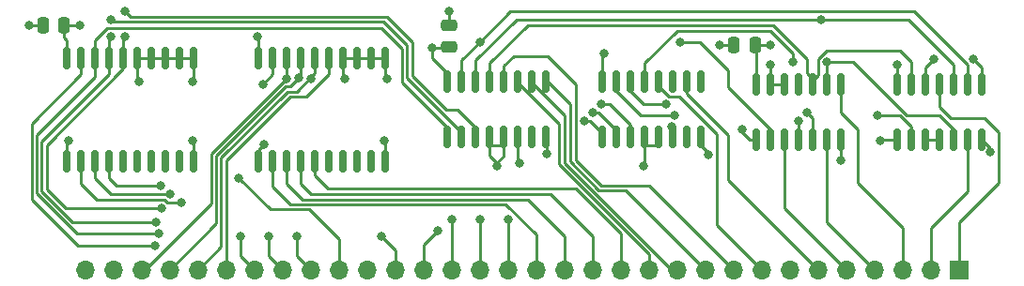
<source format=gbr>
%TF.GenerationSoftware,KiCad,Pcbnew,(6.0.0-0)*%
%TF.CreationDate,2022-10-19T21:29:49-04:00*%
%TF.ProjectId,CPU-Instruction-Decoder,4350552d-496e-4737-9472-756374696f6e,rev?*%
%TF.SameCoordinates,Original*%
%TF.FileFunction,Copper,L1,Top*%
%TF.FilePolarity,Positive*%
%FSLAX46Y46*%
G04 Gerber Fmt 4.6, Leading zero omitted, Abs format (unit mm)*
G04 Created by KiCad (PCBNEW (6.0.0-0)) date 2022-10-19 21:29:49*
%MOMM*%
%LPD*%
G01*
G04 APERTURE LIST*
G04 Aperture macros list*
%AMRoundRect*
0 Rectangle with rounded corners*
0 $1 Rounding radius*
0 $2 $3 $4 $5 $6 $7 $8 $9 X,Y pos of 4 corners*
0 Add a 4 corners polygon primitive as box body*
4,1,4,$2,$3,$4,$5,$6,$7,$8,$9,$2,$3,0*
0 Add four circle primitives for the rounded corners*
1,1,$1+$1,$2,$3*
1,1,$1+$1,$4,$5*
1,1,$1+$1,$6,$7*
1,1,$1+$1,$8,$9*
0 Add four rect primitives between the rounded corners*
20,1,$1+$1,$2,$3,$4,$5,0*
20,1,$1+$1,$4,$5,$6,$7,0*
20,1,$1+$1,$6,$7,$8,$9,0*
20,1,$1+$1,$8,$9,$2,$3,0*%
G04 Aperture macros list end*
%TA.AperFunction,SMDPad,CuDef*%
%ADD10RoundRect,0.250000X0.250000X0.475000X-0.250000X0.475000X-0.250000X-0.475000X0.250000X-0.475000X0*%
%TD*%
%TA.AperFunction,SMDPad,CuDef*%
%ADD11RoundRect,0.150000X0.150000X-0.825000X0.150000X0.825000X-0.150000X0.825000X-0.150000X-0.825000X0*%
%TD*%
%TA.AperFunction,ComponentPad*%
%ADD12R,1.700000X1.700000*%
%TD*%
%TA.AperFunction,ComponentPad*%
%ADD13O,1.700000X1.700000*%
%TD*%
%TA.AperFunction,SMDPad,CuDef*%
%ADD14RoundRect,0.150000X0.150000X-0.875000X0.150000X0.875000X-0.150000X0.875000X-0.150000X-0.875000X0*%
%TD*%
%TA.AperFunction,SMDPad,CuDef*%
%ADD15RoundRect,0.250000X0.475000X-0.250000X0.475000X0.250000X-0.475000X0.250000X-0.475000X-0.250000X0*%
%TD*%
%TA.AperFunction,ViaPad*%
%ADD16C,0.800000*%
%TD*%
%TA.AperFunction,Conductor*%
%ADD17C,0.250000*%
%TD*%
G04 APERTURE END LIST*
D10*
%TO.P,C3,1*%
%TO.N,VCC*%
X320482000Y-201168000D03*
%TO.P,C3,2*%
%TO.N,GND*%
X318582000Y-201168000D03*
%TD*%
D11*
%TO.P,U8,1*%
%TO.N,/~{READ_CODE}*%
X320548000Y-209739000D03*
%TO.P,U8,2*%
%TO.N,/~{WRITE_CODE}*%
X321818000Y-209739000D03*
%TO.P,U8,3*%
%TO.N,~{CODE_SEG_EN}*%
X323088000Y-209739000D03*
%TO.P,U8,4*%
%TO.N,/~{READ_DATA}*%
X324358000Y-209739000D03*
%TO.P,U8,5*%
%TO.N,/~{WRITE_DATA}*%
X325628000Y-209739000D03*
%TO.P,U8,6*%
%TO.N,~{DATA_SEG_EN}*%
X326898000Y-209739000D03*
%TO.P,U8,7,GND*%
%TO.N,GND*%
X328168000Y-209739000D03*
%TO.P,U8,8*%
%TO.N,~{STACK_SEG_EN}*%
X328168000Y-204789000D03*
%TO.P,U8,9*%
%TO.N,/~{READ_STACK}*%
X326898000Y-204789000D03*
%TO.P,U8,10*%
%TO.N,/~{WRITE_STACK}*%
X325628000Y-204789000D03*
%TO.P,U8,11*%
%TO.N,unconnected-(U8-Pad11)*%
X324358000Y-204789000D03*
%TO.P,U8,12*%
%TO.N,GND*%
X323088000Y-204789000D03*
%TO.P,U8,13*%
X321818000Y-204789000D03*
%TO.P,U8,14,VCC*%
%TO.N,VCC*%
X320548000Y-204789000D03*
%TD*%
%TO.P,U10,1,A0*%
%TO.N,\u03BCRD0*%
X306705000Y-209485000D03*
%TO.P,U10,2,A1*%
%TO.N,\u03BCRD1*%
X307975000Y-209485000D03*
%TO.P,U10,3,A2*%
%TO.N,\u03BCRD2*%
X309245000Y-209485000D03*
%TO.P,U10,4,E1*%
%TO.N,RD1*%
X310515000Y-209485000D03*
%TO.P,U10,5,E2*%
X311785000Y-209485000D03*
%TO.P,U10,6,E3*%
%TO.N,VCC*%
X313055000Y-209485000D03*
%TO.P,U10,7,O7*%
%TO.N,unconnected-(U10-Pad7)*%
X314325000Y-209485000D03*
%TO.P,U10,8,GND*%
%TO.N,GND*%
X315595000Y-209485000D03*
%TO.P,U10,9,O6*%
%TO.N,unconnected-(U10-Pad9)*%
X315595000Y-204535000D03*
%TO.P,U10,10,O5*%
%TO.N,~{STACK_SEG_OUT}*%
X314325000Y-204535000D03*
%TO.P,U10,11,O4*%
%TO.N,~{DATA_SEG_OUT}*%
X313055000Y-204535000D03*
%TO.P,U10,12,O3*%
%TO.N,~{CODE_SEG_OUT}*%
X311785000Y-204535000D03*
%TO.P,U10,13,O2*%
%TO.N,/~{READ_STACK}*%
X310515000Y-204535000D03*
%TO.P,U10,14,O1*%
%TO.N,/~{READ_DATA}*%
X309245000Y-204535000D03*
%TO.P,U10,15,O0*%
%TO.N,/~{READ_CODE}*%
X307975000Y-204535000D03*
%TO.P,U10,16,VCC*%
%TO.N,VCC*%
X306705000Y-204535000D03*
%TD*%
D12*
%TO.P,J1,1,Pin_1*%
%TO.N,~{MEM_WRITE}*%
X338836000Y-221488000D03*
D13*
%TO.P,J1,2,Pin_2*%
%TO.N,~{MEM_READ}*%
X336296000Y-221488000D03*
%TO.P,J1,3,Pin_3*%
%TO.N,~{STACK_SEG_EN}*%
X333756000Y-221488000D03*
%TO.P,J1,4,Pin_4*%
%TO.N,~{DATA_SEG_EN}*%
X331216000Y-221488000D03*
%TO.P,J1,5,Pin_5*%
%TO.N,~{CODE_SEG_EN}*%
X328676000Y-221488000D03*
%TO.P,J1,6,Pin_6*%
%TO.N,~{STACK_SEG_OUT}*%
X326136000Y-221488000D03*
%TO.P,J1,7,Pin_7*%
%TO.N,~{DATA_SEG_OUT}*%
X323596000Y-221488000D03*
%TO.P,J1,8,Pin_8*%
%TO.N,~{CODE_SEG_OUT}*%
X321056000Y-221488000D03*
%TO.P,J1,9,Pin_9*%
%TO.N,~{MEM_LATCH_MAR}*%
X318516000Y-221488000D03*
%TO.P,J1,10,Pin_10*%
%TO.N,~{STACK_SEG_IN}*%
X315976000Y-221488000D03*
%TO.P,J1,11,Pin_11*%
%TO.N,~{DATA_SEG_IN}*%
X313436000Y-221488000D03*
%TO.P,J1,12,Pin_12*%
%TO.N,~{CODE_SEG_IN}*%
X310896000Y-221488000D03*
%TO.P,J1,13,Pin_13*%
%TO.N,GPR6*%
X308356000Y-221488000D03*
%TO.P,J1,14,Pin_14*%
%TO.N,GPR5*%
X305816000Y-221488000D03*
%TO.P,J1,15,Pin_15*%
%TO.N,GPR4*%
X303276000Y-221488000D03*
%TO.P,J1,16,Pin_16*%
%TO.N,GPR3*%
X300736000Y-221488000D03*
%TO.P,J1,17,Pin_17*%
%TO.N,GPR2*%
X298196000Y-221488000D03*
%TO.P,J1,18,Pin_18*%
%TO.N,GPR1*%
X295656000Y-221488000D03*
%TO.P,J1,19,Pin_19*%
%TO.N,GPR0*%
X293116000Y-221488000D03*
%TO.P,J1,20,Pin_20*%
%TO.N,WR1*%
X290576000Y-221488000D03*
%TO.P,J1,21,Pin_21*%
%TO.N,WR0*%
X288036000Y-221488000D03*
%TO.P,J1,22,Pin_22*%
%TO.N,RD1*%
X285496000Y-221488000D03*
%TO.P,J1,23,Pin_23*%
%TO.N,RD0*%
X282956000Y-221488000D03*
%TO.P,J1,24,Pin_24*%
%TO.N,\u03BCWR2*%
X280416000Y-221488000D03*
%TO.P,J1,25,Pin_25*%
%TO.N,\u03BCWR1*%
X277876000Y-221488000D03*
%TO.P,J1,26,Pin_26*%
%TO.N,\u03BCWR0*%
X275336000Y-221488000D03*
%TO.P,J1,27,Pin_27*%
%TO.N,\u03BCRD3*%
X272796000Y-221488000D03*
%TO.P,J1,28,Pin_28*%
%TO.N,\u03BCRD2*%
X270256000Y-221488000D03*
%TO.P,J1,29,Pin_29*%
%TO.N,\u03BCRD1*%
X267716000Y-221488000D03*
%TO.P,J1,30,Pin_30*%
%TO.N,\u03BCRD0*%
X265176000Y-221488000D03*
%TO.P,J1,31,Pin_31*%
%TO.N,GND*%
X262636000Y-221488000D03*
%TO.P,J1,32,Pin_32*%
%TO.N,VCC*%
X260096000Y-221488000D03*
%TD*%
D10*
%TO.P,C1,1*%
%TO.N,VCC*%
X258186000Y-199390000D03*
%TO.P,C1,2*%
%TO.N,GND*%
X256286000Y-199390000D03*
%TD*%
D14*
%TO.P,U1,1,A->B*%
%TO.N,GND*%
X258445000Y-211660000D03*
%TO.P,U1,2,A0*%
%TO.N,GPR0*%
X259715000Y-211660000D03*
%TO.P,U1,3,A1*%
%TO.N,GPR1*%
X260985000Y-211660000D03*
%TO.P,U1,4,A2*%
%TO.N,GPR2*%
X262255000Y-211660000D03*
%TO.P,U1,5,A3*%
%TO.N,unconnected-(U1-Pad5)*%
X263525000Y-211660000D03*
%TO.P,U1,6,A4*%
%TO.N,unconnected-(U1-Pad6)*%
X264795000Y-211660000D03*
%TO.P,U1,7,A5*%
%TO.N,unconnected-(U1-Pad7)*%
X266065000Y-211660000D03*
%TO.P,U1,8,A6*%
%TO.N,unconnected-(U1-Pad8)*%
X267335000Y-211660000D03*
%TO.P,U1,9,A7*%
%TO.N,unconnected-(U1-Pad9)*%
X268605000Y-211660000D03*
%TO.P,U1,10,GND*%
%TO.N,GND*%
X269875000Y-211660000D03*
%TO.P,U1,11,B7*%
X269875000Y-202360000D03*
%TO.P,U1,12,B6*%
X268605000Y-202360000D03*
%TO.P,U1,13,B5*%
X267335000Y-202360000D03*
%TO.P,U1,14,B4*%
X266065000Y-202360000D03*
%TO.P,U1,15,B3*%
X264795000Y-202360000D03*
%TO.P,U1,16,B2*%
%TO.N,\u03BCWR2*%
X263525000Y-202360000D03*
%TO.P,U1,17,B1*%
%TO.N,\u03BCWR1*%
X262255000Y-202360000D03*
%TO.P,U1,18,B0*%
%TO.N,\u03BCWR0*%
X260985000Y-202360000D03*
%TO.P,U1,19,CE*%
%TO.N,WR0*%
X259715000Y-202360000D03*
%TO.P,U1,20,VCC*%
%TO.N,VCC*%
X258445000Y-202360000D03*
%TD*%
%TO.P,U4,1,A->B*%
%TO.N,GND*%
X275717000Y-211660000D03*
%TO.P,U4,2,A0*%
%TO.N,GPR3*%
X276987000Y-211660000D03*
%TO.P,U4,3,A1*%
%TO.N,GPR4*%
X278257000Y-211660000D03*
%TO.P,U4,4,A2*%
%TO.N,GPR5*%
X279527000Y-211660000D03*
%TO.P,U4,5,A3*%
%TO.N,GPR6*%
X280797000Y-211660000D03*
%TO.P,U4,6,A4*%
%TO.N,unconnected-(U4-Pad6)*%
X282067000Y-211660000D03*
%TO.P,U4,7,A5*%
%TO.N,unconnected-(U4-Pad7)*%
X283337000Y-211660000D03*
%TO.P,U4,8,A6*%
%TO.N,unconnected-(U4-Pad8)*%
X284607000Y-211660000D03*
%TO.P,U4,9,A7*%
%TO.N,unconnected-(U4-Pad9)*%
X285877000Y-211660000D03*
%TO.P,U4,10,GND*%
%TO.N,GND*%
X287147000Y-211660000D03*
%TO.P,U4,11,B7*%
X287147000Y-202360000D03*
%TO.P,U4,12,B6*%
X285877000Y-202360000D03*
%TO.P,U4,13,B5*%
X284607000Y-202360000D03*
%TO.P,U4,14,B4*%
X283337000Y-202360000D03*
%TO.P,U4,15,B3*%
%TO.N,\u03BCRD3*%
X282067000Y-202360000D03*
%TO.P,U4,16,B2*%
%TO.N,\u03BCRD2*%
X280797000Y-202360000D03*
%TO.P,U4,17,B1*%
%TO.N,\u03BCRD1*%
X279527000Y-202360000D03*
%TO.P,U4,18,B0*%
%TO.N,\u03BCRD0*%
X278257000Y-202360000D03*
%TO.P,U4,19,CE*%
%TO.N,RD0*%
X276987000Y-202360000D03*
%TO.P,U4,20,VCC*%
%TO.N,VCC*%
X275717000Y-202360000D03*
%TD*%
D11*
%TO.P,U9,1*%
%TO.N,/~{READ_CODE}*%
X333248000Y-209739000D03*
%TO.P,U9,2*%
%TO.N,/~{READ_DATA}*%
X334518000Y-209739000D03*
%TO.P,U9,3*%
%TO.N,Net-(U9-Pad3)*%
X335788000Y-209739000D03*
%TO.P,U9,4*%
X337058000Y-209739000D03*
%TO.P,U9,5*%
%TO.N,/~{READ_STACK}*%
X338328000Y-209739000D03*
%TO.P,U9,6*%
%TO.N,~{MEM_READ}*%
X339598000Y-209739000D03*
%TO.P,U9,7,GND*%
%TO.N,GND*%
X340868000Y-209739000D03*
%TO.P,U9,8*%
%TO.N,Net-(U9-Pad12)*%
X340868000Y-204789000D03*
%TO.P,U9,9*%
%TO.N,/~{WRITE_CODE}*%
X339598000Y-204789000D03*
%TO.P,U9,10*%
%TO.N,/~{WRITE_DATA}*%
X338328000Y-204789000D03*
%TO.P,U9,11*%
%TO.N,~{MEM_WRITE}*%
X337058000Y-204789000D03*
%TO.P,U9,12*%
%TO.N,Net-(U9-Pad12)*%
X335788000Y-204789000D03*
%TO.P,U9,13*%
%TO.N,/~{WRITE_STACK}*%
X334518000Y-204789000D03*
%TO.P,U9,14,VCC*%
%TO.N,VCC*%
X333248000Y-204789000D03*
%TD*%
D15*
%TO.P,C2,1*%
%TO.N,VCC*%
X292862000Y-201356000D03*
%TO.P,C2,2*%
%TO.N,GND*%
X292862000Y-199456000D03*
%TD*%
D11*
%TO.P,U6,1,A0*%
%TO.N,\u03BCWR0*%
X292735000Y-209485000D03*
%TO.P,U6,2,A1*%
%TO.N,\u03BCWR1*%
X294005000Y-209485000D03*
%TO.P,U6,3,A2*%
%TO.N,\u03BCWR2*%
X295275000Y-209485000D03*
%TO.P,U6,4,E1*%
%TO.N,WR1*%
X296545000Y-209485000D03*
%TO.P,U6,5,E2*%
X297815000Y-209485000D03*
%TO.P,U6,6,E3*%
%TO.N,VCC*%
X299085000Y-209485000D03*
%TO.P,U6,7,O7*%
%TO.N,unconnected-(U6-Pad7)*%
X300355000Y-209485000D03*
%TO.P,U6,8,GND*%
%TO.N,GND*%
X301625000Y-209485000D03*
%TO.P,U6,9,O6*%
%TO.N,~{STACK_SEG_IN}*%
X301625000Y-204535000D03*
%TO.P,U6,10,O5*%
%TO.N,~{DATA_SEG_IN}*%
X300355000Y-204535000D03*
%TO.P,U6,11,O4*%
%TO.N,~{CODE_SEG_IN}*%
X299085000Y-204535000D03*
%TO.P,U6,12,O3*%
%TO.N,~{MEM_LATCH_MAR}*%
X297815000Y-204535000D03*
%TO.P,U6,13,O2*%
%TO.N,/~{WRITE_STACK}*%
X296545000Y-204535000D03*
%TO.P,U6,14,O1*%
%TO.N,/~{WRITE_DATA}*%
X295275000Y-204535000D03*
%TO.P,U6,15,O0*%
%TO.N,/~{WRITE_CODE}*%
X294005000Y-204535000D03*
%TO.P,U6,16,VCC*%
%TO.N,VCC*%
X292735000Y-204535000D03*
%TD*%
D16*
%TO.N,\u03BCRD0*%
X278257000Y-204213888D03*
X305054000Y-208026000D03*
%TO.N,\u03BCRD1*%
X279339744Y-204155744D03*
X305816000Y-207264000D03*
%TO.N,\u03BCRD2*%
X306578000Y-206502000D03*
X280416000Y-204216000D03*
%TO.N,RD0*%
X276098000Y-204724000D03*
X273944864Y-213181000D03*
%TO.N,RD1*%
X310388000Y-212090000D03*
%TO.N,\u03BCWR0*%
X266704622Y-218203253D03*
X274066000Y-218477500D03*
%TO.N,\u03BCWR1*%
X262382000Y-198882000D03*
X266446000Y-217237789D03*
X262382000Y-200406000D03*
X276606000Y-218477500D03*
%TO.N,\u03BCWR2*%
X279146000Y-218440000D03*
X266954000Y-215900000D03*
X263652000Y-198120000D03*
X263652000Y-200406000D03*
%TO.N,WR0*%
X286766000Y-218440000D03*
X266399576Y-219271636D03*
%TO.N,WR1*%
X297180000Y-212090000D03*
X291846000Y-217932000D03*
%TO.N,GND*%
X321818000Y-202946000D03*
X317246000Y-201168000D03*
X258572000Y-209804000D03*
X287274000Y-204216000D03*
X264922000Y-204470000D03*
X341667500Y-210820000D03*
X328168000Y-211582000D03*
X269748000Y-204470000D03*
X316267500Y-211074000D03*
X301662543Y-211050457D03*
X276197725Y-210157725D03*
X269748000Y-209804000D03*
X283464000Y-204216000D03*
X287020000Y-209804000D03*
X255016000Y-199390000D03*
X292862000Y-198120000D03*
%TO.N,VCC*%
X333248000Y-202946000D03*
X321818000Y-201168000D03*
X275590000Y-200406000D03*
X259588000Y-199390000D03*
X291338000Y-201422000D03*
X312928000Y-208534000D03*
X299212000Y-211836000D03*
X306832000Y-201930000D03*
%TO.N,GPR2*%
X266884364Y-213905500D03*
X298196000Y-216916000D03*
%TO.N,GPR1*%
X267722277Y-214622587D03*
X295656000Y-216916000D03*
%TO.N,GPR0*%
X268732000Y-215392000D03*
X293116000Y-216916000D03*
%TO.N,/~{READ_CODE}*%
X331724000Y-209804000D03*
X319278000Y-208788000D03*
X313182000Y-207518000D03*
%TO.N,/~{WRITE_CODE}*%
X295656000Y-200914000D03*
X313690000Y-200914000D03*
%TO.N,/~{READ_DATA}*%
X324358000Y-208026000D03*
X312420000Y-206502000D03*
X331470000Y-207518000D03*
%TO.N,/~{WRITE_DATA}*%
X326390000Y-198882000D03*
X325120000Y-207264000D03*
%TO.N,/~{READ_STACK}*%
X323850000Y-202692000D03*
X326902299Y-202696299D03*
%TO.N,Net-(U9-Pad12)*%
X336550000Y-202438000D03*
X340106000Y-202438000D03*
%TD*%
D17*
%TO.N,\u03BCRD0*%
X271447469Y-211023419D02*
X278257000Y-204213888D01*
X305562000Y-208026000D02*
X305054000Y-208026000D01*
X278257000Y-204213888D02*
X278257000Y-202360000D01*
X265438600Y-221488000D02*
X271447469Y-215479131D01*
X306705000Y-209169000D02*
X305562000Y-208026000D01*
X271447469Y-215479131D02*
X271447469Y-211023419D01*
%TO.N,\u03BCRD1*%
X279527000Y-203968488D02*
X279339744Y-204155744D01*
X306324000Y-207264000D02*
X305816000Y-207264000D01*
X271896978Y-217307022D02*
X267716000Y-221488000D01*
X271896979Y-211209613D02*
X271896978Y-217307022D01*
X279339744Y-204155744D02*
X278557099Y-204938389D01*
X278168203Y-204938389D02*
X271896979Y-211209613D01*
X278557099Y-204938389D02*
X278168203Y-204938389D01*
X307975000Y-208915000D02*
X306324000Y-207264000D01*
X279527000Y-202360000D02*
X279527000Y-203968488D01*
%TO.N,\u03BCRD2*%
X280797000Y-203723088D02*
X280797000Y-202360000D01*
X279132189Y-205387899D02*
X280797000Y-203723088D01*
X272346490Y-211395806D02*
X278354397Y-205387899D01*
X272346489Y-219397511D02*
X272346490Y-211395806D01*
X270256000Y-221488000D02*
X272346489Y-219397511D01*
X307340000Y-206502000D02*
X309245000Y-208407000D01*
X278354397Y-205387899D02*
X279132189Y-205387899D01*
X307340000Y-206502000D02*
X306578000Y-206502000D01*
X309245000Y-210260000D02*
X309245000Y-208407000D01*
%TO.N,\u03BCRD3*%
X272796000Y-221488000D02*
X272796000Y-211582000D01*
X282067000Y-203787644D02*
X282067000Y-202360000D01*
X280017234Y-205837410D02*
X282067000Y-203787644D01*
X272796000Y-211582000D02*
X278540590Y-205837410D01*
X278540590Y-205837410D02*
X280017234Y-205837410D01*
%TO.N,RD0*%
X282956000Y-218694000D02*
X280299021Y-216037021D01*
X276987000Y-203835000D02*
X276987000Y-202360000D01*
X276098000Y-204724000D02*
X276987000Y-203835000D01*
X282956000Y-221488000D02*
X282956000Y-218694000D01*
X276800885Y-216037021D02*
X273944864Y-213181000D01*
X280299021Y-216037021D02*
X276800885Y-216037021D01*
%TO.N,RD1*%
X310515000Y-210260000D02*
X310515000Y-211963000D01*
X310515000Y-210260000D02*
X311785000Y-210260000D01*
X310515000Y-211963000D02*
X310388000Y-212090000D01*
%TO.N,\u03BCWR0*%
X288660969Y-201538969D02*
X286803499Y-199681499D01*
X288660979Y-204586979D02*
X288660979Y-204078992D01*
X275336000Y-221488000D02*
X274066000Y-220218000D01*
X260985000Y-204087592D02*
X255719511Y-209353081D01*
X292735000Y-208661000D02*
X288660979Y-204586979D01*
X286803499Y-199681499D02*
X262081901Y-199681499D01*
X260985000Y-200778400D02*
X260985000Y-202360000D01*
X274066000Y-220218000D02*
X274066000Y-218477500D01*
X255719511Y-209353081D02*
X255719511Y-214572919D01*
X260985000Y-202360000D02*
X260985000Y-204087592D01*
X255719511Y-214572919D02*
X259349845Y-218203253D01*
X288660969Y-204078982D02*
X288660969Y-201538969D01*
X262081901Y-199681499D02*
X260985000Y-200778400D01*
X259349845Y-218203253D02*
X266704622Y-218203253D01*
X288660979Y-204078992D02*
X288660969Y-204078982D01*
%TO.N,\u03BCWR1*%
X262255000Y-202360000D02*
X262255000Y-200533000D01*
X289110489Y-204148193D02*
X289110489Y-203892798D01*
X262255000Y-203835000D02*
X256169022Y-209920978D01*
X266378211Y-217170000D02*
X266446000Y-217237789D01*
X289110489Y-203892798D02*
X289110480Y-203892789D01*
X262255000Y-200533000D02*
X262382000Y-200406000D01*
X294005000Y-209042704D02*
X289110489Y-204148193D01*
X289110480Y-203892789D02*
X289110480Y-201226480D01*
X289110480Y-201226480D02*
X286961511Y-199077511D01*
X294005000Y-209169000D02*
X294005000Y-209042704D01*
X258952296Y-217170000D02*
X266378211Y-217170000D01*
X262255000Y-202360000D02*
X262255000Y-203835000D01*
X286961511Y-199077511D02*
X262577511Y-199077511D01*
X262577511Y-199077511D02*
X262382000Y-198882000D01*
X276606000Y-220218000D02*
X276606000Y-218477500D01*
X277876000Y-221488000D02*
X276606000Y-220218000D01*
X256169022Y-209920978D02*
X256169022Y-214386726D01*
X256169022Y-214386726D02*
X258952296Y-217170000D01*
%TO.N,\u03BCWR2*%
X295275000Y-208661000D02*
X295275000Y-209423000D01*
X263652000Y-198120000D02*
X264160000Y-198628000D01*
X263525000Y-200533000D02*
X263525000Y-202360000D01*
X287274000Y-198628000D02*
X289560000Y-200914000D01*
X280416000Y-221488000D02*
X279146000Y-220218000D01*
X289560000Y-203962000D02*
X292608000Y-207010000D01*
X256618533Y-210233467D02*
X256618533Y-214200533D01*
X258318000Y-215900000D02*
X266954000Y-215900000D01*
X293624000Y-207010000D02*
X295275000Y-208661000D01*
X263652000Y-200406000D02*
X263525000Y-200533000D01*
X263525000Y-203327000D02*
X256618533Y-210233467D01*
X256618533Y-214200533D02*
X258318000Y-215900000D01*
X289560000Y-200914000D02*
X289560000Y-203962000D01*
X279146000Y-220218000D02*
X279146000Y-218440000D01*
X292608000Y-207010000D02*
X293624000Y-207010000D01*
X263525000Y-202360000D02*
X263525000Y-203327000D01*
X264160000Y-198628000D02*
X287274000Y-198628000D01*
%TO.N,WR0*%
X255270000Y-215138000D02*
X259403636Y-219271636D01*
X255270000Y-208280000D02*
X255270000Y-215138000D01*
X288036000Y-219710000D02*
X288036000Y-221488000D01*
X259403636Y-219271636D02*
X266399576Y-219271636D01*
X259715000Y-202360000D02*
X259715000Y-203835000D01*
X286766000Y-218440000D02*
X288036000Y-219710000D01*
X259715000Y-203835000D02*
X255270000Y-208280000D01*
%TO.N,WR1*%
X297815000Y-210260000D02*
X297815000Y-211201000D01*
X296545000Y-210260000D02*
X297815000Y-210260000D01*
X297180000Y-211836000D02*
X296545000Y-211201000D01*
X297180000Y-212090000D02*
X297180000Y-211836000D01*
X290576000Y-219202000D02*
X291846000Y-217932000D01*
X297815000Y-211201000D02*
X297180000Y-211836000D01*
X296545000Y-211201000D02*
X296545000Y-210260000D01*
X290576000Y-221488000D02*
X290576000Y-219202000D01*
%TO.N,GND*%
X283337000Y-204089000D02*
X283464000Y-204216000D01*
X340868000Y-209739000D02*
X341667500Y-210538500D01*
X287147000Y-202360000D02*
X287147000Y-204089000D01*
X264795000Y-202360000D02*
X269875000Y-202360000D01*
X287147000Y-211660000D02*
X287147000Y-209931000D01*
X269875000Y-211660000D02*
X269875000Y-209931000D01*
X287147000Y-202360000D02*
X283337000Y-202360000D01*
X301662543Y-210297543D02*
X301662543Y-211050457D01*
X318582000Y-201168000D02*
X317246000Y-201168000D01*
X264795000Y-202360000D02*
X264795000Y-204343000D01*
X275717000Y-210638450D02*
X276197725Y-210157725D01*
X283337000Y-202360000D02*
X283337000Y-204089000D01*
X321818000Y-204789000D02*
X321818000Y-202946000D01*
X341667500Y-210538500D02*
X341667500Y-210820000D01*
X275717000Y-211660000D02*
X275717000Y-210638450D01*
X258445000Y-211660000D02*
X258445000Y-209931000D01*
X287147000Y-209931000D02*
X287020000Y-209804000D01*
X287147000Y-204089000D02*
X287274000Y-204216000D01*
X315595000Y-210260000D02*
X316267500Y-210932500D01*
X264795000Y-204343000D02*
X264922000Y-204470000D01*
X328168000Y-209739000D02*
X328168000Y-211582000D01*
X269875000Y-202360000D02*
X269875000Y-204343000D01*
X269875000Y-204343000D02*
X269748000Y-204470000D01*
X256286000Y-199390000D02*
X255016000Y-199390000D01*
X269875000Y-209931000D02*
X269748000Y-209804000D01*
X323088000Y-204789000D02*
X321818000Y-204789000D01*
X258445000Y-209931000D02*
X258572000Y-209804000D01*
X316267500Y-210932500D02*
X316267500Y-211074000D01*
X292862000Y-199456000D02*
X292862000Y-198120000D01*
%TO.N,VCC*%
X313055000Y-208661000D02*
X312928000Y-208534000D01*
X299085000Y-211709000D02*
X299212000Y-211836000D01*
X299085000Y-210260000D02*
X299085000Y-211709000D01*
X320482000Y-201168000D02*
X321818000Y-201168000D01*
X291338000Y-202363000D02*
X291338000Y-201422000D01*
X258186000Y-199390000D02*
X258186000Y-200528000D01*
X291338000Y-201422000D02*
X292796000Y-201422000D01*
X333248000Y-204789000D02*
X333248000Y-202946000D01*
X320548000Y-204789000D02*
X320548000Y-201234000D01*
X258445000Y-200787000D02*
X258445000Y-202360000D01*
X292735000Y-203760000D02*
X291338000Y-202363000D01*
X258186000Y-200528000D02*
X258445000Y-200787000D01*
X258186000Y-199390000D02*
X259588000Y-199390000D01*
X306705000Y-203760000D02*
X306705000Y-202057000D01*
X275717000Y-202360000D02*
X275717000Y-200533000D01*
X275717000Y-200533000D02*
X275590000Y-200406000D01*
X306705000Y-202057000D02*
X306832000Y-201930000D01*
%TO.N,GPR2*%
X298196000Y-221488000D02*
X298196000Y-216916000D01*
X262927500Y-213905500D02*
X266884364Y-213905500D01*
X262255000Y-213233000D02*
X262927500Y-213905500D01*
X262255000Y-211660000D02*
X262255000Y-213233000D01*
%TO.N,GPR1*%
X295656000Y-221488000D02*
X295656000Y-216916000D01*
X262382000Y-214630000D02*
X267714864Y-214630000D01*
X260985000Y-213233000D02*
X262382000Y-214630000D01*
X267714864Y-214630000D02*
X267722277Y-214622587D01*
X260985000Y-211660000D02*
X260985000Y-213233000D01*
%TO.N,GPR0*%
X259715000Y-213741000D02*
X261149499Y-215175499D01*
X267254099Y-215175499D02*
X267470600Y-215392000D01*
X259715000Y-211660000D02*
X259715000Y-213741000D01*
X261149499Y-215175499D02*
X267254099Y-215175499D01*
X293116000Y-221488000D02*
X293116000Y-216916000D01*
X267470600Y-215392000D02*
X268732000Y-215392000D01*
%TO.N,/~{READ_CODE}*%
X319975000Y-209739000D02*
X320548000Y-209739000D01*
X310134000Y-207518000D02*
X313182000Y-207518000D01*
X331789000Y-209739000D02*
X331724000Y-209804000D01*
X319278000Y-209042000D02*
X319975000Y-209739000D01*
X319278000Y-208788000D02*
X319278000Y-209042000D01*
X333248000Y-209739000D02*
X331789000Y-209739000D01*
X307975000Y-205359000D02*
X310134000Y-207518000D01*
%TO.N,/~{WRITE_CODE}*%
X298412501Y-198157499D02*
X334800899Y-198157499D01*
X339598000Y-202954600D02*
X339598000Y-204789000D01*
X315468000Y-200914000D02*
X318008000Y-203454000D01*
X318008000Y-204978000D02*
X321818000Y-208788000D01*
X318008000Y-204978000D02*
X318008000Y-203454000D01*
X294005000Y-203760000D02*
X294005000Y-202565000D01*
X321818000Y-209739000D02*
X321818000Y-208788000D01*
X334800899Y-198157499D02*
X339598000Y-202954600D01*
X295656000Y-200914000D02*
X298412501Y-198157499D01*
X315468000Y-200914000D02*
X313690000Y-200914000D01*
X294005000Y-202565000D02*
X295656000Y-200914000D01*
%TO.N,~{CODE_SEG_EN}*%
X328676000Y-221488000D02*
X323088000Y-215900000D01*
X323088000Y-215900000D02*
X323088000Y-209739000D01*
%TO.N,/~{READ_DATA}*%
X309245000Y-205359000D02*
X310388000Y-206502000D01*
X333502000Y-207518000D02*
X334518000Y-208534000D01*
X334518000Y-209739000D02*
X334518000Y-208534000D01*
X333502000Y-207518000D02*
X331470000Y-207518000D01*
X310388000Y-206502000D02*
X312420000Y-206502000D01*
X324358000Y-209739000D02*
X324358000Y-208026000D01*
%TO.N,/~{WRITE_DATA}*%
X338328000Y-202946000D02*
X338328000Y-204789000D01*
X326390000Y-198882000D02*
X334264000Y-198882000D01*
X298958000Y-198882000D02*
X326390000Y-198882000D01*
X325628000Y-207772000D02*
X325120000Y-207264000D01*
X295275000Y-203760000D02*
X295275000Y-202565000D01*
X334264000Y-198882000D02*
X338328000Y-202946000D01*
X325628000Y-209739000D02*
X325628000Y-207772000D01*
X295275000Y-202565000D02*
X298958000Y-198882000D01*
%TO.N,~{DATA_SEG_EN}*%
X331216000Y-221488000D02*
X326898000Y-217170000D01*
X326898000Y-217170000D02*
X326898000Y-209739000D01*
%TO.N,~{STACK_SEG_EN}*%
X328168000Y-207264000D02*
X328168000Y-204789000D01*
X333756000Y-221488000D02*
X333756000Y-217678000D01*
X329692000Y-208788000D02*
X328168000Y-207264000D01*
X333756000Y-217678000D02*
X329692000Y-213614000D01*
X329692000Y-213614000D02*
X329692000Y-208788000D01*
%TO.N,/~{READ_STACK}*%
X326898000Y-202700598D02*
X326902299Y-202696299D01*
X321818000Y-199898000D02*
X323850000Y-201930000D01*
X329316003Y-202696299D02*
X334137704Y-207518000D01*
X310515000Y-202819000D02*
X313436000Y-199898000D01*
X326898000Y-204789000D02*
X326898000Y-202700598D01*
X334137704Y-207518000D02*
X337058000Y-207518000D01*
X313436000Y-199898000D02*
X321818000Y-199898000D01*
X323850000Y-201930000D02*
X323850000Y-202692000D01*
X326902299Y-202696299D02*
X329316003Y-202696299D01*
X310515000Y-203760000D02*
X310515000Y-202819000D01*
X338328000Y-208788000D02*
X338328000Y-209739000D01*
X337058000Y-207518000D02*
X338328000Y-208788000D01*
%TO.N,/~{WRITE_STACK}*%
X325120000Y-203708000D02*
X325628000Y-204216000D01*
X334518000Y-202692000D02*
X334518000Y-204789000D01*
X296545000Y-202819000D02*
X299974000Y-199390000D01*
X326136000Y-203904928D02*
X326136000Y-202438000D01*
X326136000Y-202438000D02*
X326898000Y-201676000D01*
X325120000Y-202438000D02*
X325120000Y-203708000D01*
X322072000Y-199390000D02*
X325120000Y-202438000D01*
X296545000Y-203760000D02*
X296545000Y-202819000D01*
X299974000Y-199390000D02*
X322072000Y-199390000D01*
X333502000Y-201676000D02*
X334518000Y-202692000D01*
X326898000Y-201676000D02*
X333502000Y-201676000D01*
X325628000Y-204412928D02*
X326136000Y-203904928D01*
%TO.N,GPR6*%
X308356000Y-221488000D02*
X308356000Y-218188816D01*
X280797000Y-212979000D02*
X280797000Y-211660000D01*
X281940000Y-214122000D02*
X280797000Y-212979000D01*
X308356000Y-218188816D02*
X304289184Y-214122000D01*
X304289184Y-214122000D02*
X281940000Y-214122000D01*
%TO.N,GPR5*%
X305816000Y-221488000D02*
X305816000Y-218440000D01*
X279527000Y-213741000D02*
X279527000Y-211660000D01*
X305816000Y-218440000D02*
X302006000Y-214630000D01*
X280416000Y-214630000D02*
X279527000Y-213741000D01*
X302006000Y-214630000D02*
X280416000Y-214630000D01*
%TO.N,GPR4*%
X299974000Y-215138000D02*
X303276000Y-218440000D01*
X303276000Y-218440000D02*
X303276000Y-221488000D01*
X279654000Y-215138000D02*
X299974000Y-215138000D01*
X278257000Y-211660000D02*
X278257000Y-213741000D01*
X278257000Y-213741000D02*
X279654000Y-215138000D01*
%TO.N,GPR3*%
X276987000Y-213995000D02*
X276987000Y-211660000D01*
X300736000Y-221488000D02*
X300736000Y-218313704D01*
X278579510Y-215587510D02*
X276987000Y-213995000D01*
X300736000Y-218313704D02*
X298009807Y-215587511D01*
X298009807Y-215587511D02*
X278579510Y-215587510D01*
%TO.N,~{STACK_SEG_IN}*%
X306391806Y-214317510D02*
X303784000Y-211709704D01*
X308805511Y-214317511D02*
X306391806Y-214317510D01*
X303784000Y-211709704D02*
X303784000Y-206502000D01*
X315976000Y-221488000D02*
X308805511Y-214317511D01*
X303784000Y-206502000D02*
X301625000Y-204343000D01*
%TO.N,~{DATA_SEG_IN}*%
X303276000Y-211837408D02*
X312926592Y-221488000D01*
X303276000Y-207518000D02*
X303276000Y-211837408D01*
X300355000Y-204597000D02*
X303276000Y-207518000D01*
%TO.N,~{CODE_SEG_IN}*%
X302768000Y-208280000D02*
X299085000Y-204597000D01*
X302768000Y-211965112D02*
X302768000Y-208280000D01*
X310896000Y-220093112D02*
X302768000Y-211965112D01*
X310896000Y-221488000D02*
X310896000Y-220093112D01*
%TO.N,~{MEM_LATCH_MAR}*%
X304292000Y-211582000D02*
X304292000Y-204724000D01*
X298704000Y-202184000D02*
X297815000Y-203073000D01*
X306578000Y-213868000D02*
X304292000Y-211582000D01*
X297815000Y-203073000D02*
X297815000Y-203760000D01*
X301752000Y-202184000D02*
X298704000Y-202184000D01*
X318516000Y-221488000D02*
X310896000Y-213868000D01*
X310896000Y-213868000D02*
X306578000Y-213868000D01*
X304292000Y-204724000D02*
X301752000Y-202184000D01*
%TO.N,~{MEM_READ}*%
X339598000Y-214376000D02*
X339598000Y-209739000D01*
X336296000Y-221488000D02*
X336296000Y-217678000D01*
X336296000Y-217678000D02*
X339598000Y-214376000D01*
%TO.N,~{MEM_WRITE}*%
X338836000Y-217170000D02*
X342392000Y-213614000D01*
X338074000Y-207772000D02*
X337058000Y-206756000D01*
X342392000Y-209042000D02*
X341122000Y-207772000D01*
X342392000Y-213614000D02*
X342392000Y-209042000D01*
X341122000Y-207772000D02*
X338074000Y-207772000D01*
X338836000Y-221488000D02*
X338836000Y-217170000D01*
X337058000Y-206756000D02*
X337058000Y-204789000D01*
%TO.N,~{STACK_SEG_OUT}*%
X318008000Y-213360000D02*
X318008000Y-209296000D01*
X318008000Y-209296000D02*
X314325000Y-205613000D01*
X326136000Y-221488000D02*
X318008000Y-213360000D01*
X314325000Y-205613000D02*
X314325000Y-203760000D01*
%TO.N,~{CODE_SEG_OUT}*%
X321056000Y-221488000D02*
X316992000Y-217424000D01*
X316992000Y-217424000D02*
X316992000Y-209235928D01*
X316992000Y-209235928D02*
X313590592Y-205834520D01*
X313590592Y-205834520D02*
X312708448Y-205834520D01*
X312708448Y-205834520D02*
X311785000Y-204911072D01*
%TO.N,Net-(U9-Pad3)*%
X337058000Y-209739000D02*
X335788000Y-209739000D01*
%TO.N,Net-(U9-Pad12)*%
X340868000Y-203200000D02*
X340106000Y-202438000D01*
X335788000Y-203200000D02*
X336550000Y-202438000D01*
X340868000Y-204789000D02*
X340868000Y-203200000D01*
X335788000Y-204789000D02*
X335788000Y-203200000D01*
%TD*%
M02*

</source>
